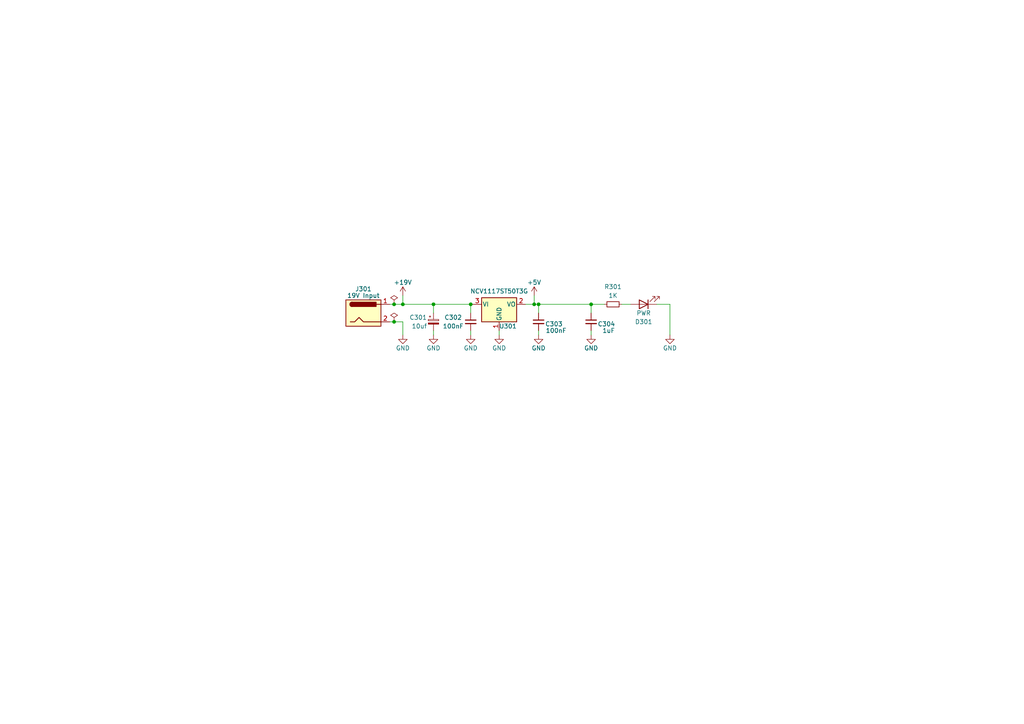
<source format=kicad_sch>
(kicad_sch (version 20211123) (generator eeschema)
  (paper "A4")
  (title_block (title "Inverted Pendulum Controller") (date "${ISSUE}") (rev "${REVISION}") (company "SNHU") (comment 4 "Release: ${FULL_REVISION}"))
  (lib_symbols
    (symbol "Connector:Barrel_Jack" (pin_names (offset 1.016))
      (property "Reference" "J" (at 0 5.334 0))
      (property "Value" "Barrel_Jack" (at 0 -5.08 0))
      (symbol "Barrel_Jack_0_1"
        (rectangle (start -5.08 3.81) (end 5.08 -3.81) (stroke (width 0.254)) (fill (type background)))
        (arc (start -3.302 3.175) (mid -3.937 2.54) (end -3.302 1.905) (stroke (width 0.254)))
        (arc (start -3.302 3.175) (mid -3.937 2.54) (end -3.302 1.905) (stroke (width 0.254)) (fill (type outline)))
        (polyline (pts (xy 5.08 2.54) (xy 3.81 2.54)) (stroke (width 0.254)))
        (polyline (pts (xy -3.81 -2.54) (xy -2.54 -2.54) (xy -1.27 -1.27) (xy 0 -2.54) (xy 2.54 -2.54) (xy 5.08 -2.54)) (stroke (width 0.254)))
        (rectangle (start 3.683 3.175) (end -3.302 1.905) (stroke (width 0.254)) (fill (type outline)))
      )
      (symbol "Barrel_Jack_1_1"
        (pin passive line (at 7.62 2.54 180) (length 2.54) (name "~") (number "1"))
        (pin passive line (at 7.62 -2.54 180) (length 2.54) (name "~") (number "2"))
      )
    )
    (symbol "Device:C_Polarized_Small" (pin_numbers hide) (pin_names (offset 0.254) hide)
      (property "Reference" "C" (at 0.254 1.778 0))
      (property "Value" "C_Polarized_Small" (at 0.254 -2.032 0))
      (symbol "C_Polarized_Small_0_1"
        (rectangle (start -1.524 -0.3048) (end 1.524 -0.6858) (fill (type outline)))
        (rectangle (start -1.524 0.6858) (end 1.524 0.3048))
        (polyline (pts (xy -1.27 1.524) (xy -0.762 1.524)))
        (polyline (pts (xy -1.016 1.27) (xy -1.016 1.778)))
      )
      (symbol "C_Polarized_Small_1_1"
        (pin passive line (at 0 2.54 270) (length 1.8542) (name "~") (number "1"))
        (pin passive line (at 0 -2.54 90) (length 1.8542) (name "~") (number "2"))
      )
    )
    (symbol "Device:C_Small" (pin_numbers hide) (pin_names (offset 0.254) hide)
      (property "Reference" "C" (at 0.254 1.778 0))
      (property "Value" "C_Small" (at 0.254 -2.032 0))
      (symbol "C_Small_0_1"
        (polyline (pts (xy -1.524 -0.508) (xy 1.524 -0.508)) (stroke (width 0.3302)))
        (polyline (pts (xy -1.524 0.508) (xy 1.524 0.508)) (stroke (width 0.3048)))
      )
      (symbol "C_Small_1_1"
        (pin passive line (at 0 2.54 270) (length 2.032) (name "~") (number "1"))
        (pin passive line (at 0 -2.54 90) (length 2.032) (name "~") (number "2"))
      )
    )
    (symbol "Device:LED" (pin_numbers hide) (pin_names (offset 1.016) hide)
      (property "Reference" "D" (at 0 2.54 0))
      (property "Value" "LED" (at 0 -2.54 0))
      (symbol "LED_0_1"
        (polyline (pts (xy -1.27 -1.27) (xy -1.27 1.27)) (stroke (width 0.254)))
        (polyline (pts (xy -1.27 0) (xy 1.27 0)))
        (polyline (pts (xy 1.27 -1.27) (xy 1.27 1.27) (xy -1.27 0) (xy 1.27 -1.27)) (stroke (width 0.254)))
        (polyline (pts (xy -3.048 -0.762) (xy -4.572 -2.286) (xy -3.81 -2.286) (xy -4.572 -2.286) (xy -4.572 -1.524)))
        (polyline (pts (xy -1.778 -0.762) (xy -3.302 -2.286) (xy -2.54 -2.286) (xy -3.302 -2.286) (xy -3.302 -1.524)))
      )
      (symbol "LED_1_1"
        (pin passive line (at -3.81 0 0) (length 2.54) (name "K") (number "1"))
        (pin passive line (at 3.81 0 180) (length 2.54) (name "A") (number "2"))
      )
    )
    (symbol "Device:R_Small" (pin_numbers hide) (pin_names (offset 0.254) hide)
      (property "Reference" "R" (at 0.762 0.508 0))
      (property "Value" "R_Small" (at 0.762 -1.016 0))
      (symbol "R_Small_0_1"
        (rectangle (start -0.762 1.778) (end 0.762 -1.778) (stroke (width 0.2032)))
      )
      (symbol "R_Small_1_1"
        (pin passive line (at 0 2.54 270) (length 0.762) (name "~") (number "1"))
        (pin passive line (at 0 -2.54 90) (length 0.762) (name "~") (number "2"))
      )
    )
    (symbol "KenwoodFox:+19V" (power) (pin_names (offset 0))
      (property "Value" "+19V" (at 0 3.556 0))
      (symbol "+19V_0_1"
        (polyline (pts (xy -0.762 1.27) (xy 0 2.54)))
        (polyline (pts (xy 0 0) (xy 0 2.54)))
        (polyline (pts (xy 0 2.54) (xy 0.762 1.27)))
      )
      (symbol "+19V_1_1"
        (pin power_in line (at 0 0 90) (length 0) hide (name "+19V") (number "1"))
      )
    )
    (symbol "Regulator_Linear:LM1117-5.0" (pin_names (offset 0.254))
      (property "Reference" "U" (at -3.81 3.175 0))
      (property "Value" "LM1117-5.0" (at 0 3.175 0))
      (symbol "LM1117-5.0_0_1"
        (rectangle (start -5.08 -5.08) (end 5.08 1.905) (stroke (width 0.254)) (fill (type background)))
      )
      (symbol "LM1117-5.0_1_1"
        (pin power_in line (at 0 -7.62 90) (length 2.54) (name "GND") (number "1"))
        (pin power_out line (at 7.62 0 180) (length 2.54) (name "VO") (number "2"))
        (pin power_in line (at -7.62 0 0) (length 2.54) (name "VI") (number "3"))
      )
    )
    (symbol "power:+5V" (power) (pin_names (offset 0))
      (property "Value" "+5V" (at 0 3.556 0))
      (symbol "+5V_0_1"
        (polyline (pts (xy -0.762 1.27) (xy 0 2.54)))
        (polyline (pts (xy 0 0) (xy 0 2.54)))
        (polyline (pts (xy 0 2.54) (xy 0.762 1.27)))
      )
      (symbol "+5V_1_1"
        (pin power_in line (at 0 0 90) (length 0) hide (name "+5V") (number "1"))
      )
    )
    (symbol "power:GND" (power) (pin_names (offset 0))
      (property "Value" "GND" (at 0 -3.81 0))
      (symbol "GND_0_1"
        (polyline (pts (xy 0 0) (xy 0 -1.27) (xy 1.27 -1.27) (xy 0 -2.54) (xy -1.27 -1.27) (xy 0 -1.27)))
      )
      (symbol "GND_1_1"
        (pin power_in line (at 0 0 270) (length 0) hide (name "GND") (number "1"))
      )
    )
    (symbol "power:PWR_FLAG" (power) (pin_numbers hide) (pin_names (offset 0) hide)
      (property "Value" "PWR_FLAG" (at 0 3.81 0))
      (symbol "PWR_FLAG_0_0"
        (pin power_out line (at 0 0 90) (length 0) (name "pwr") (number "1"))
      )
      (symbol "PWR_FLAG_0_1"
        (polyline (pts (xy 0 0) (xy 0 1.27) (xy -1.016 1.905) (xy 0 2.54) (xy 1.016 1.905) (xy 0 1.27)))
      )
    )
  )
  (junction (at 114.3 88.265))
  (junction (at 171.45 88.265))
  (junction (at 114.3 93.345))
  (junction (at 156.21 88.265))
  (junction (at 116.84 88.265))
  (junction (at 136.525 88.265))
  (junction (at 125.73 88.265))
  (junction (at 154.94 88.265))
  (wire (pts (xy 113.03 88.265) (xy 114.3 88.265)))
  (wire (pts (xy 136.525 95.885) (xy 136.525 97.155)))
  (wire (pts (xy 125.73 88.265) (xy 136.525 88.265)))
  (wire (pts (xy 154.94 88.265) (xy 152.4 88.265)))
  (wire (pts (xy 125.73 97.155) (xy 125.73 95.885)))
  (wire (pts (xy 154.94 85.725) (xy 154.94 88.265)))
  (wire (pts (xy 194.31 88.265) (xy 194.31 97.155)))
  (wire (pts (xy 171.45 97.155) (xy 171.45 95.885)))
  (wire (pts (xy 156.21 88.265) (xy 154.94 88.265)))
  (wire (pts (xy 156.21 88.265) (xy 171.45 88.265)))
  (wire (pts (xy 116.84 88.265) (xy 125.73 88.265)))
  (wire (pts (xy 190.5 88.265) (xy 194.31 88.265)))
  (wire (pts (xy 144.78 95.885) (xy 144.78 97.155)))
  (wire (pts (xy 136.525 88.265) (xy 137.16 88.265)))
  (wire (pts (xy 171.45 88.265) (xy 171.45 90.805)))
  (wire (pts (xy 136.525 88.265) (xy 136.525 90.805)))
  (wire (pts (xy 114.3 93.345) (xy 113.03 93.345)))
  (wire (pts (xy 180.34 88.265) (xy 182.88 88.265)))
  (wire (pts (xy 156.21 88.265) (xy 156.21 90.805)))
  (wire (pts (xy 114.3 88.265) (xy 116.84 88.265)))
  (wire (pts (xy 116.84 93.345) (xy 114.3 93.345)))
  (wire (pts (xy 116.84 97.155) (xy 116.84 93.345)))
  (wire (pts (xy 125.73 88.265) (xy 125.73 90.805)))
  (wire (pts (xy 171.45 88.265) (xy 175.26 88.265)))
  (wire (pts (xy 156.21 95.885) (xy 156.21 97.155)))
  (wire (pts (xy 116.84 85.725) (xy 116.84 88.265)))
  (symbol (lib_id "Connector:Barrel_Jack") (at 105.41 90.805 0) (unit 1)
    (property "Reference" "J301" (at 105.41 83.82 0))
    (property "Value" "19V Input" (at 105.41 85.725 0))
    (property "Footprint" "Connector_BarrelJack:BarrelJack_GCT_DCJ200-10-A_Horizontal" (effects hide))
  )
  (symbol (lib_id "power:GND") (at 144.78 97.155 0) (unit 1)
    (property "Reference" "#PWR0110" (effects hide))
    (property "Value" "GND" (at 144.78 100.965 0))
  )
  (symbol (lib_id "KenwoodFox:+19V") (at 116.84 85.725 0) (unit 1)
    (property "Reference" "#PWR0109" (effects hide))
    (property "Value" "+19V" (at 116.84 81.915 0))
  )
  (symbol (lib_id "Device:C_Small") (at 156.21 93.345 0) (unit 1)
    (property "Reference" "C303" (at 160.655 93.98 0))
    (property "Value" "100nF" (at 161.29 95.885 0))
    (property "Footprint" "Capacitor_SMD:C_0805_2012Metric" (effects hide))
  )
  (symbol (lib_id "power:GND") (at 156.21 97.155 0) (unit 1)
    (property "Reference" "#PWR0113" (effects hide))
    (property "Value" "GND" (at 156.21 100.965 0))
  )
  (symbol (lib_id "power:GND") (at 136.525 97.155 0) (unit 1)
    (property "Reference" "#PWR0111" (effects hide))
    (property "Value" "GND" (at 136.525 100.965 0))
  )
  (symbol (lib_id "Device:C_Small") (at 171.45 93.345 0) (unit 1)
    (property "Reference" "C304" (at 175.895 93.98 0))
    (property "Value" "1uF" (at 176.53 95.885 0))
    (property "Footprint" "Capacitor_SMD:C_0805_2012Metric" (effects hide))
  )
  (symbol (lib_id "power:GND") (at 116.84 97.155 0) (unit 1)
    (property "Reference" "#PWR0108" (effects hide))
    (property "Value" "GND" (at 116.84 100.965 0))
  )
  (symbol (lib_id "Device:R_Small") (at 177.8 88.265 90) (unit 1)
    (property "Reference" "R301" (at 177.8 83.185 90))
    (property "Value" "1K" (at 177.8 85.725 90))
    (property "Footprint" "Resistor_SMD:R_0805_2012Metric" (effects hide))
  )
  (symbol (lib_id "power:GND") (at 194.31 97.155 0) (unit 1)
    (property "Reference" "#PWR0114" (effects hide))
    (property "Value" "GND" (at 194.31 100.965 0))
  )
  (symbol (lib_id "Device:LED") (at 186.69 88.265 180) (unit 1)
    (property "Reference" "D301" (at 186.69 93.345 0))
    (property "Value" "PWR" (at 186.69 90.805 0))
    (property "Footprint" "LED_SMD:LED_0805_2012Metric" (effects hide))
  )
  (symbol (lib_id "power:PWR_FLAG") (at 114.3 88.265 0) (unit 1)
    (property "Reference" "#FLG?" (effects hide))
    (property "Value" "PWR_FLAG" (effects hide))
  )
  (symbol (lib_id "power:GND") (at 125.73 97.155 0) (unit 1)
    (property "Reference" "#PWR0107" (effects hide))
    (property "Value" "GND" (at 125.73 100.965 0))
  )
  (symbol (lib_id "Regulator_Linear:LM1117-5.0") (at 144.78 88.265 0) (unit 1)
    (property "Reference" "U301" (at 147.32 94.615 0))
    (property "Value" "NCV1117ST50T3G" (at 144.78 84.455 0))
    (property "Footprint" "Package_TO_SOT_SMD:SOT-223" (effects hide))
    (property "Datasheet" "http://www.ti.com/lit/ds/symlink/lm1117.pdf" (effects hide))
  )
  (symbol (lib_id "Device:C_Small") (at 136.525 93.345 0) (unit 1)
    (property "Reference" "C302" (at 131.445 92.075 0))
    (property "Value" "100nF" (at 131.445 94.615 0))
    (property "Footprint" "Capacitor_SMD:C_0805_2012Metric" (effects hide))
  )
  (symbol (lib_id "power:+5V") (at 154.94 85.725 0) (unit 1)
    (property "Reference" "#PWR0115" (effects hide))
    (property "Value" "+5V" (at 154.94 81.915 0))
  )
  (symbol (lib_id "power:PWR_FLAG") (at 114.3 93.345 0) (unit 1)
    (property "Reference" "#FLG?" (effects hide))
    (property "Value" "PWR_FLAG" (effects hide))
  )
  (symbol (lib_id "power:GND") (at 171.45 97.155 0) (unit 1)
    (property "Reference" "#PWR0112" (effects hide))
    (property "Value" "GND" (at 171.45 100.965 0))
  )
  (symbol (lib_id "Device:C_Polarized_Small") (at 125.73 93.345 0) (unit 1)
    (property "Reference" "C301" (at 118.745 92.075 0) (effects (justify left)))
    (property "Value" "10uf" (at 119.38 94.615 0) (effects (justify left)))
    (property "Footprint" "Capacitor_SMD:CP_Elec_4x3" (effects hide))
  )
)
</source>
